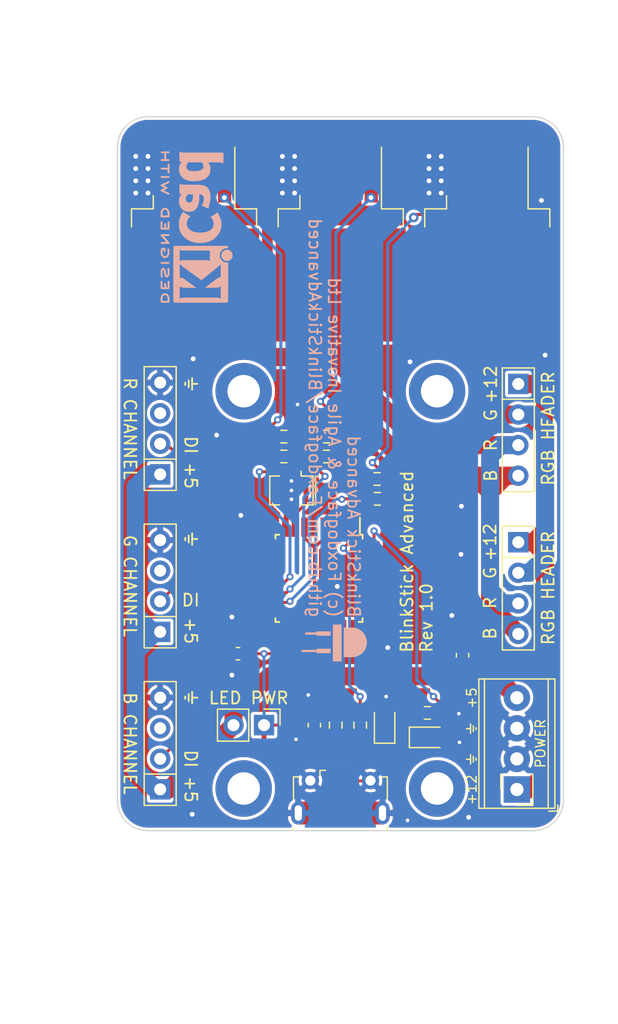
<source format=kicad_pcb>
(kicad_pcb (version 20211014) (generator pcbnew)
  (title_block (title "BlinkStick Advanced") (date "2022-12-22") (rev "1.0") (company "Agile Inovative Ltd & Foxdogface"))
  (layers (0 "F.Cu" signal) (31 "B.Cu" signal) (34 "B.Paste" user) (35 "F.Paste" user) (36 "B.SilkS" user "B.Silkscreen") (37 "F.SilkS" user "F.Silkscreen") (38 "B.Mask" user) (39 "F.Mask" user) (44 "Edge.Cuts" user))
  (net 0 "")
  (net 1 "+5V")
  (net 2 "/D-")
  (net 3 "/D+")
  (net 5 "GND")
  (net 7 "Net-(U1-Pad7)")
  (net 8 "Net-(U1-Pad8)")
  (net 9 "/R_Channel")
  (net 10 "/G_Channel")
  (net 11 "/B_Channel")
  (net 13 "/B_PWM")
  (net 14 "/R_PWM")
  (net 15 "/G_PWM")
  (net 26 "+12V")
  (net 30 "/G_OUT")
  (net 31 "/R_OUT")
  (net 32 "/B_OUT")
  (net 33 "Net-(Q1-Pad1)")
  (net 34 "Net-(Q2-Pad1)")
  (net 35 "Net-(Q3-Pad1)")
  (net 37 "+5VA")
  (net 41 "/AVR_D+")
  (net 42 "/AVR_D-")
  (footprint "Diode_SMD:D_SOD-323" (layer "F.Cu") (at 60.833 84.672 90)
    (fp_text reference "D1" hide)
    (fp_text value "BZT52C3V6S")
    (pad "1" smd rect (at -1.05 0 90) (size 0.6 0.45) (layers "F.Cu" "F.Paste" "F.Mask") (net 2 "/D-"))
    (pad "2" smd rect (at 1.05 0 90) (size 0.6 0.45) (layers "F.Cu" "F.Paste" "F.Mask") (net 5 "GND"))
  )
  (footprint "Connector_PinHeader_2.54mm:PinHeader_1x04_P2.54mm_Vertical" (layer "F.Cu") (at 42.17 76.925 180)
    (fp_text reference "J4" hide)
    (fp_text value "ADD_HEADER_G")
    (pad "1" thru_hole rect (at 0 0 180) (size 1.7 1.7) (drill 1) (layers *.Cu *.Mask) (net 37 "+5VA"))
    (pad "2" thru_hole oval (at 0 2.54 180) (size 1.7 1.7) (drill 1) (layers *.Cu *.Mask) (net 10 "/G_Channel"))
    (pad "3" thru_hole oval (at 0 5.08 180) (size 1.7 1.7) (drill 1) (layers *.Cu *.Mask))
    (pad "4" thru_hole oval (at 0 7.62 180) (size 1.7 1.7) (drill 1) (layers *.Cu *.Mask) (net 5 "GND"))
  )
  (footprint "TerminalBlock_Phoenix:TerminalBlock_Phoenix_MPT-0,5-4-2.54_1x04_P2.54mm_Horizontal" (layer "F.Cu") (at 71.8312 90.0176 90)
    (fp_text reference "J1" hide)
    (fp_text value "POWER")
    (pad "1" thru_hole rect (at 0 0 90) (size 2.2 2.2) (drill 1.1) (layers *.Cu *.Mask) (net 26 "+12V"))
    (pad "2" thru_hole circle (at 2.54 0 90) (size 2.2 2.2) (drill 1.1) (layers *.Cu *.Mask) (net 5 "GND"))
    (pad "3" thru_hole circle (at 5.08 0 90) (size 2.2 2.2) (drill 1.1) (layers *.Cu *.Mask) (net 5 "GND"))
    (pad "4" thru_hole circle (at 7.62 0 90) (size 2.2 2.2) (drill 1.1) (layers *.Cu *.Mask) (net 37 "+5VA"))
  )
  (footprint "Connector_USB:USB_Micro-B_Molex-105017-0001" (layer "F.Cu") (at 57.156 90.7368)
    (fp_text reference "J2" hide)
    (fp_text value "USB_B_Micro")
    (pad "1" smd rect (at -1.3 -1.4625) (size 0.4 1.35) (layers "F.Cu" "F.Paste" "F.Mask") (net 1 "+5V"))
    (pad "2" smd rect (at -0.65 -1.4625) (size 0.4 1.35) (layers "F.Cu" "F.Paste" "F.Mask") (net 2 "/D-"))
    (pad "3" smd rect (at 0 -1.4625) (size 0.4 1.35) (layers "F.Cu" "F.Paste" "F.Mask") (net 3 "/D+"))
    (pad "4" smd rect (at 0.65 -1.4625) (size 0.4 1.35) (layers "F.Cu" "F.Paste" "F.Mask"))
    (pad "5" smd rect (at 1.3 -1.4625) (size 0.4 1.35) (layers "F.Cu" "F.Paste" "F.Mask") (net 5 "GND"))
    (pad "6" thru_hole circle (at 2.5 -1.4625) (size 1.45 1.45) (drill 0.85) (layers *.Cu *.Mask) (net 5 "GND"))
    (pad "6" smd rect (at -1 1.2375) (size 1.5 1.9) (layers "F.Cu" "F.Paste" "F.Mask") (net 5 "GND"))
    (pad "6" thru_hole circle (at -2.5 -1.4625) (size 1.45 1.45) (drill 0.85) (layers *.Cu *.Mask) (net 5 "GND"))
    (pad "6" thru_hole oval (at 3.5 1.2375) (size 1.2 1.9) (drill oval 0.6 1.3) (layers *.Cu *.Mask) (net 5 "GND"))
    (pad "6" smd rect (at 2.9 1.2375) (size 1.2 1.9) (layers "F.Cu" "F.Mask") (net 5 "GND"))
    (pad "6" smd rect (at 1 1.2375) (size 1.5 1.9) (layers "F.Cu" "F.Paste" "F.Mask") (net 5 "GND"))
    (pad "6" smd rect (at -2.9 1.2375) (size 1.2 1.9) (layers "F.Cu" "F.Mask") (net 5 "GND"))
    (pad "6" thru_hole oval (at -3.5 1.2375 180) (size 1.2 1.9) (drill oval 0.6 1.3) (layers *.Cu *.Mask) (net 5 "GND"))
  )
  (footprint "Connector_PinHeader_2.54mm:PinHeader_1x04_P2.54mm_Vertical" (layer "F.Cu") (at 71.948 69.4785)
    (fp_text reference "J6" hide)
    (fp_text value "RGB_HEADER")
    (pad "1" thru_hole rect (at 0 0) (size 1.7 1.7) (drill 1) (layers *.Cu *.Mask) (net 26 "+12V"))
    (pad "2" thru_hole oval (at 0 2.54) (size 1.7 1.7) (drill 1) (layers *.Cu *.Mask) (net 30 "/G_OUT"))
    (pad "3" thru_hole oval (at 0 5.08) (size 1.7 1.7) (drill 1) (layers *.Cu *.Mask) (net 31 "/R_OUT"))
    (pad "4" thru_hole oval (at 0 7.62) (size 1.7 1.7) (drill 1) (layers *.Cu *.Mask) (net 32 "/B_OUT"))
  )
  (footprint "Connector_PinHeader_2.54mm:PinHeader_1x04_P2.54mm_Vertical" (layer "F.Cu") (at 42.17 63.844 180)
    (fp_text reference "J5" hide)
    (fp_text value "ADD_HEADER_R")
    (pad "1" thru_hole rect (at 0 0 180) (size 1.7 1.7) (drill 1) (layers *.Cu *.Mask) (net 37 "+5VA"))
    (pad "2" thru_hole oval (at 0 2.54 180) (size 1.7 1.7) (drill 1) (layers *.Cu *.Mask) (net 9 "/R_Channel"))
    (pad "3" thru_hole oval (at 0 5.08 180) (size 1.7 1.7) (drill 1) (layers *.Cu *.Mask))
    (pad "4" thru_hole oval (at 0 7.62 180) (size 1.7 1.7) (drill 1) (layers *.Cu *.Mask) (net 5 "GND"))
  )
  (footprint "Resistor_SMD:R_0603_1608Metric_Pad0.98x0.95mm_HandSolder" (layer "F.Cu") (at 60.2265 65.876)
    (fp_text reference "R6" hide)
    (fp_text value "100")
    (pad "1" smd roundrect (at -0.9125 0) (size 0.975 0.95) (layers "F.Cu" "F.Paste" "F.Mask") (net 15 "/G_PWM"))
    (pad "2" smd roundrect (at 0.9125 0) (size 0.975 0.95) (layers "F.Cu" "F.Paste" "F.Mask") (net 35 "Net-(Q3-Pad1)"))
  )
  (footprint "MountingHole:MountingHole_2.7mm_M2.5_DIN965_Pad" (layer "F.Cu") (at 65.198 89.935)
    (fp_text reference "REF**" hide)
    (fp_text value "MountingHole_2.7mm_M2.5_DIN965_Pad")
    (pad "1" thru_hole circle (at 0 0) (size 4.7 4.7) (drill 2.7) (layers *.Cu *.Mask))
  )
  (footprint "Capacitor_SMD:C_0603_1608Metric_Pad1.08x0.95mm_HandSolder" (layer "F.Cu") (at 67.31 78.867 -90)
    (fp_text reference "C3" hide)
    (fp_text value "10uF")
    (pad "1" smd roundrect (at -0.8625 0 270) (size 1.075 0.95) (layers "F.Cu" "F.Paste" "F.Mask") (net 5 "GND"))
    (pad "2" smd roundrect (at 0.8625 0 270) (size 1.075 0.95) (layers "F.Cu" "F.Paste" "F.Mask") (net 37 "+5VA"))
  )
  (footprint "MountingHole:MountingHole_2.7mm_M2.5_DIN965_Pad" (layer "F.Cu") (at 49.114 89.935)
    (fp_text reference "REF**" hide)
    (fp_text value "MountingHole_2.7mm_M2.5_DIN965_Pad")
    (pad "1" thru_hole circle (at 0 0) (size 4.7 4.7) (drill 2.7) (layers *.Cu *.Mask))
  )
  (footprint "Resistor_SMD:R_0603_1608Metric_Pad0.98x0.95mm_HandSolder" (layer "F.Cu") (at 52.45 60.706 180)
    (fp_text reference "R7" hide)
    (fp_text value "10k")
    (pad "1" smd roundrect (at -0.9125 0 180) (size 0.975 0.95) (layers "F.Cu" "F.Paste" "F.Mask") (net 5 "GND"))
    (pad "2" smd roundrect (at 0.9125 0 180) (size 0.975 0.95) (layers "F.Cu" "F.Paste" "F.Mask") (net 33 "Net-(Q1-Pad1)"))
  )
  (footprint "Connector_PinHeader_2.54mm:PinHeader_1x04_P2.54mm_Vertical" (layer "F.Cu") (at 71.948 56.334)
    (fp_text reference "J7" hide)
    (fp_text value "RGB_HEADER")
    (pad "1" thru_hole rect (at 0 0) (size 1.7 1.7) (drill 1) (layers *.Cu *.Mask) (net 26 "+12V"))
    (pad "2" thru_hole oval (at 0 2.54) (size 1.7 1.7) (drill 1) (layers *.Cu *.Mask) (net 30 "/G_OUT"))
    (pad "3" thru_hole oval (at 0 5.08) (size 1.7 1.7) (drill 1) (layers *.Cu *.Mask) (net 31 "/R_OUT"))
    (pad "4" thru_hole oval (at 0 7.62) (size 1.7 1.7) (drill 1) (layers *.Cu *.Mask) (net 32 "/B_OUT"))
  )
  (footprint "Package_TO_SOT_SMD:TO-263-2" (layer "F.Cu") (at 69.3705 44.73919 -90)
    (fp_text reference "Q3" hide)
    (fp_text value "IRLR8726")
    (pad "1" smd rect (at -5.775 -2.54 270) (size 4.6 1.1) (layers "F.Cu" "F.Paste" "F.Mask") (net 35 "Net-(Q3-Pad1)"))
    (pad "2" smd rect (at 3.375 0 270) (size 9.4 10.8) (layers "F.Cu" "F.Mask") (net 30 "/G_OUT"))
    (pad "3" smd rect (at -5.775 2.54 270) (size 4.6 1.1) (layers "F.Cu" "F.Paste" "F.Mask") (net 5 "GND"))
  )
  (footprint "Connector_PinHeader_2.54mm:PinHeader_1x02_P2.54mm_Vertical" (layer "F.Cu") (at 50.806 84.672 -90)
    (fp_text reference "JMP1" hide)
    (fp_text value "Conn_01x02")
    (pad "1" thru_hole rect (at 0 0 270) (size 1.7 1.7) (drill 1) (layers *.Cu *.Mask) (net 1 "+5V"))
    (pad "2" thru_hole oval (at 0 2.54 270) (size 1.7 1.7) (drill 1) (layers *.Cu *.Mask) (net 37 "+5VA"))
  )
  (footprint "Resistor_SMD:R_0603_1608Metric_Pad0.98x0.95mm_HandSolder" (layer "F.Cu") (at 60.204 64.225)
    (fp_text reference "R9" hide)
    (fp_text value "10k")
    (pad "1" smd roundrect (at -0.9125 0) (size 0.975 0.95) (layers "F.Cu" "F.Paste" "F.Mask") (net 5 "GND"))
    (pad "2" smd roundrect (at 0.9125 0) (size 0.975 0.95) (layers "F.Cu" "F.Paste" "F.Mask") (net 35 "Net-(Q3-Pad1)"))
  )
  (footprint "Resistor_SMD:R_0603_1608Metric_Pad0.98x0.95mm_HandSolder" (layer "F.Cu") (at 56.769 84.672 90)
    (fp_text reference "R3" hide)
    (fp_text value "2k2")
    (pad "1" smd roundrect (at -0.9125 0 90) (size 0.975 0.95) (layers "F.Cu" "F.Paste" "F.Mask") (net 2 "/D-"))
    (pad "2" smd roundrect (at 0.9125 0 90) (size 0.975 0.95) (layers "F.Cu" "F.Paste" "F.Mask") (net 1 "+5V"))
  )
  (footprint "Resistor_SMD:R_0603_1608Metric_Pad0.98x0.95mm_HandSolder" (layer "F.Cu") (at 58.801 84.672 -90)
    (fp_text reference "R2" hide)
    (fp_text value "100")
    (pad "1" smd roundrect (at -0.9125 0 270) (size 0.975 0.95) (layers "F.Cu" "F.Paste" "F.Mask") (net 42 "/AVR_D-"))
    (pad "2" smd roundrect (at 0.9125 0 270) (size 0.975 0.95) (layers "F.Cu" "F.Paste" "F.Mask") (net 2 "/D-"))
  )
  (footprint "Crystal:Resonator_SMD_Murata_CSTxExxV-3Pin_3.0x1.1mm" (layer "F.Cu") (at 53.086 65.182 180)
    (fp_text reference "Y1" hide)
    (fp_text value "Crystal_GND2_Small")
    (pad "1" smd rect (at -1.2 0 180) (size 0.4 1.9) (layers "F.Cu" "F.Paste" "F.Mask") (net 7 "Net-(U1-Pad7)"))
    (pad "2" smd rect (at 0 0 180) (size 0.4 1.9) (layers "F.Cu" "F.Paste" "F.Mask") (net 5 "GND"))
    (pad "3" smd rect (at 1.2 0 180) (size 0.4 1.9) (layers "F.Cu" "F.Paste" "F.Mask") (net 8 "Net-(U1-Pad8)"))
  )
  (footprint "Resistor_SMD:R_0603_1608Metric_Pad0.98x0.95mm_HandSolder" (layer "F.Cu") (at 64.389 83.656 180)
    (fp_text reference "R1" hide)
    (fp_text value "100")
    (pad "1" smd roundrect (at -0.9125 0 180) (size 0.975 0.95) (layers "F.Cu" "F.Paste" "F.Mask") (net 41 "/AVR_D+"))
    (pad "2" smd roundrect (at 0.9125 0 180) (size 0.975 0.95) (layers "F.Cu" "F.Paste" "F.Mask") (net 3 "/D+"))
  )
  (footprint "Package_TO_SOT_SMD:TO-263-2" (layer "F.Cu") (at 57.1785 44.73919 -90)
    (fp_text reference "Q2" hide)
    (fp_text value "IRLR8726")
    (pad "1" smd rect (at -5.775 -2.54 270) (size 4.6 1.1) (layers "F.Cu" "F.Paste" "F.Mask") (net 34 "Net-(Q2-Pad1)"))
    (pad "2" smd rect (at 3.375 0 270) (size 9.4 10.8) (layers "F.Cu" "F.Mask") (net 31 "/R_OUT"))
    (pad "3" smd rect (at -5.775 2.54 270) (size 4.6 1.1) (layers "F.Cu" "F.Paste" "F.Mask") (net 5 "GND"))
  )
  (footprint "Resistor_SMD:R_0603_1608Metric_Pad0.98x0.95mm_HandSolder" (layer "F.Cu") (at 56.007 60.706)
    (fp_text reference "R8" hide)
    (fp_text value "10k")
    (pad "1" smd roundrect (at -0.9125 0) (size 0.975 0.95) (layers "F.Cu" "F.Paste" "F.Mask") (net 5 "GND"))
    (pad "2" smd roundrect (at 0.9125 0) (size 0.975 0.95) (layers "F.Cu" "F.Paste" "F.Mask") (net 34 "Net-(Q2-Pad1)"))
  )
  (footprint "Package_QFP:TQFP-32_7x7mm_P0.8mm" (layer "F.Cu") (at 55.378 72.48 -90)
    (fp_text reference "U1" hide)
    (fp_text value "ATmega8-16A")
    (pad "1" smd rect (at -4.25 -2.8 270) (size 1.6 0.55) (layers "F.Cu" "F.Paste" "F.Mask") (net 42 "/AVR_D-"))
    (pad "2" smd rect (at -4.25 -2 270) (size 1.6 0.55) (layers "F.Cu" "F.Paste" "F.Mask"))
    (pad "3" smd rect (at -4.25 -1.2 270) (size 1.6 0.55) (layers "F.Cu" "F.Paste" "F.Mask") (net 5 "GND"))
    (pad "4" smd rect (at -4.25 -0.4 270) (size 1.6 0.55) (layers "F.Cu" "F.Paste" "F.Mask") (net 1 "+5V"))
    (pad "5" smd rect (at -4.25 0.4 270) (size 1.6 0.55) (layers "F.Cu" "F.Paste" "F.Mask") (net 5 "GND"))
    (pad "6" smd rect (at -4.25 1.2 270) (size 1.6 0.55) (layers "F.Cu" "F.Paste" "F.Mask") (net 1 "+5V"))
    (pad "7" smd rect (at -4.25 2 270) (size 1.6 0.55) (layers "F.Cu" "F.Paste" "F.Mask") (net 7 "Net-(U1-Pad7)"))
    (pad "8" smd rect (at -4.25 2.8 270) (size 1.6 0.55) (layers "F.Cu" "F.Paste" "F.Mask") (net 8 "Net-(U1-Pad8)"))
    (pad "9" smd rect (at -2.8 4.25) (size 1.6 0.55) (layers "F.Cu" "F.Paste" "F.Mask") (net 9 "/R_Channel"))
    (pad "10" smd rect (at -2 4.25) (size 1.6 0.55) (layers "F.Cu" "F.Paste" "F.Mask") (net 10 "/G_Channel"))
    (pad "11" smd rect (at -1.2 4.25) (size 1.6 0.55) (layers "F.Cu" "F.Paste" "F.Mask") (net 11 "/B_Channel"))
    (pad "12" smd rect (at -0.4 4.25) (size 1.6 0.55) (layers "F.Cu" "F.Paste" "F.Mask"))
    (pad "13" smd rect (at 0.4 4.25) (size 1.6 0.55) (layers "F.Cu" "F.Paste" "F.Mask") (net 13 "/B_PWM"))
    (pad "14" smd rect (at 1.2 4.25) (size 1.6 0.55) (layers "F.Cu" "F.Paste" "F.Mask") (net 14 "/R_PWM"))
    (pad "15" smd rect (at 2 4.25) (size 1.6 0.55) (layers "F.Cu" "F.Paste" "F.Mask") (net 15 "/G_PWM"))
    (pad "16" smd rect (at 2.8 4.25) (size 1.6 0.55) (layers "F.Cu" "F.Paste" "F.Mask"))
    (pad "17" smd rect (at 4.25 2.8 270) (size 1.6 0.55) (layers "F.Cu" "F.Paste" "F.Mask"))
    (pad "18" smd rect (at 4.25 2 270) (size 1.6 0.55) (layers "F.Cu" "F.Paste" "F.Mask") (net 1 "+5V"))
    (pad "19" smd rect (at 4.25 1.2 270) (size 1.6 0.55) (layers "F.Cu" "F.Paste" "F.Mask"))
    (pad "20" smd rect (at 4.25 0.4 270) (size 1.6 0.55) (layers "F.Cu" "F.Paste" "F.Mask"))
    (pad "21" smd rect (at 4.25 -0.4 270) (size 1.6 0.55) (layers "F.Cu" "F.Paste" "F.Mask") (net 5 "GND"))
    (pad "22" smd rect (at 4.25 -1.2 270) (size 1.6 0.55) (layers "F.Cu" "F.Paste" "F.Mask"))
    (pad "23" smd rect (at 4.25 -2 270) (size 1.6 0.55) (layers "F.Cu" "F.Paste" "F.Mask"))
    (pad "24" smd rect (at 4.25 -2.8 270) (size 1.6 0.55) (layers "F.Cu" "F.Paste" "F.Mask"))
    (pad "25" smd rect (at 2.8 -4.25) (size 1.6 0.55) (layers "F.Cu" "F.Paste" "F.Mask"))
    (pad "26" smd rect (at 2 -4.25) (size 1.6 0.55) (layers "F.Cu" "F.Paste" "F.Mask"))
    (pad "27" smd rect (at 1.2 -4.25) (size 1.6 0.55) (layers "F.Cu" "F.Paste" "F.Mask"))
    (pad "28" smd rect (at 0.4 -4.25) (size 1.6 0.55) (layers "F.Cu" "F.Paste" "F.Mask"))
    (pad "29" smd rect (at -0.4 -4.25) (size 1.6 0.55) (layers "F.Cu" "F.Paste" "F.Mask"))
    (pad "30" smd rect (at -1.2 -4.25) (size 1.6 0.55) (layers "F.Cu" "F.Paste" "F.Mask"))
    (pad "31" smd rect (at -2 -4.25) (size 1.6 0.55) (layers "F.Cu" "F.Paste" "F.Mask"))
    (pad "32" smd rect (at -2.8 -4.25) (size 1.6 0.55) (layers "F.Cu" "F.Paste" "F.Mask") (net 41 "/AVR_D+"))
  )
  (footprint "Resistor_SMD:R_0603_1608Metric_Pad0.98x0.95mm_HandSolder" (layer "F.Cu") (at 56.007 62.357)
    (fp_text reference "R5" hide)
    (fp_text value "100")
    (pad "1" smd roundrect (at -0.9125 0) (size 0.975 0.95) (layers "F.Cu" "F.Paste" "F.Mask") (net 14 "/R_PWM"))
    (pad "2" smd roundrect (at 0.9125 0) (size 0.975 0.95) (layers "F.Cu" "F.Paste" "F.Mask") (net 34 "Net-(Q2-Pad1)"))
  )
  (footprint "MountingHole:MountingHole_2.7mm_M2.5_DIN965_Pad" (layer "F.Cu") (at 49.114 56.9351)
    (fp_text reference "REF**" hide)
    (fp_text value "MountingHole_2.7mm_M2.5_DIN965_Pad")
    (pad "1" thru_hole circle (at 0 0) (size 4.7 4.7) (drill 2.7) (layers *.Cu *.Mask))
  )
  (footprint "Capacitor_SMD:C_0603_1608Metric_Pad1.08x0.95mm_HandSolder" (layer "F.Cu") (at 54.991 84.672 90)
    (fp_text reference "C1" hide)
    (fp_text value "1uF")
    (pad "1" smd roundrect (at -0.8625 0 90) (size 1.075 0.95) (layers "F.Cu" "F.Paste" "F.Mask") (net 5 "GND"))
    (pad "2" smd roundrect (at 0.8625 0 90) (size 1.075 0.95) (layers "F.Cu" "F.Paste" "F.Mask") (net 1 "+5V"))
  )
  (footprint "Connector_PinHeader_2.54mm:PinHeader_1x04_P2.54mm_Vertical" (layer "F.Cu") (at 42.17 90.006 180)
    (fp_text reference "J3" hide)
    (fp_text value "ADD_HEADER_B")
    (pad "1" thru_hole rect (at 0 0 180) (size 1.7 1.7) (drill 1) (layers *.Cu *.Mask) (net 37 "+5VA"))
    (pad "2" thru_hole oval (at 0 2.54 180) (size 1.7 1.7) (drill 1) (layers *.Cu *.Mask) (net 11 "/B_Channel"))
    (pad "3" thru_hole oval (at 0 5.08 180) (size 1.7 1.7) (drill 1) (layers *.Cu *.Mask))
    (pad "4" thru_hole oval (at 0 7.62 180) (size 1.7 1.7) (drill 1) (layers *.Cu *.Mask) (net 5 "GND"))
  )
  (footprint "Resistor_SMD:R_0603_1608Metric_Pad0.98x0.95mm_HandSolder" (layer "F.Cu") (at 52.451 62.357 180)
    (fp_text reference "R4" hide)
    (fp_text value "100")
    (pad "1" smd roundrect (at -0.9125 0 180) (size 0.975 0.95) (layers "F.Cu" "F.Paste" "F.Mask") (net 13 "/B_PWM"))
    (pad "2" smd roundrect (at 0.9125 0 180) (size 0.975 0.95) (layers "F.Cu" "F.Paste" "F.Mask") (net 33 "Net-(Q1-Pad1)"))
  )
  (footprint "Capacitor_SMD:C_0603_1608Metric_Pad1.08x0.95mm_HandSolder" (layer "F.Cu") (at 48.641 78.74)
    (fp_text reference "C2" hide)
    (fp_text value "10uF")
    (pad "1" smd roundrect (at -0.8625 0) (size 1.075 0.95) (layers "F.Cu" "F.Paste" "F.Mask") (net 5 "GND"))
    (pad "2" smd roundrect (at 0.8625 0) (size 1.075 0.95) (layers "F.Cu" "F.Paste" "F.Mask") (net 1 "+5V"))
  )
  (footprint "MountingHole:MountingHole_2.7mm_M2.5_DIN965_Pad" (layer "F.Cu") (at 65.198 56.9351)
    (fp_text reference "REF**" hide)
    (fp_text value "MountingHole_2.7mm_M2.5_DIN965_Pad")
    (pad "1" thru_hole circle (at 0 0) (size 4.7 4.7) (drill 2.7) (layers *.Cu *.Mask))
  )
  (footprint "Package_TO_SOT_SMD:TO-263-2" (layer "F.Cu") (at 44.9865 44.73919 -90)
    (fp_text reference "Q1" hide)
    (fp_text value "IRLR8726")
    (pad "1" smd rect (at -5.775 -2.54 270) (size 4.6 1.1) (layers "F.Cu" "F.Paste" "F.Mask") (net 33 "Net-(Q1-Pad1)"))
    (pad "2" smd rect (at 3.375 0 270) (size 9.4 10.8) (layers "F.Cu" "F.Mask") (net 32 "/B_OUT"))
    (pad "3" smd rect (at -5.775 2.54 270) (size 4.6 1.1) (layers "F.Cu" "F.Paste" "F.Mask") (net 5 "GND"))
  )
  (footprint "Diode_SMD:D_SOD-323" (layer "F.Cu") (at 64.389 85.688)
    (fp_text reference "D2" hide)
    (fp_text value "BZT52C3V6S")
    (pad "1" smd rect (at -1.05 0) (size 0.6 0.45) (layers "F.Cu" "F.Paste" "F.Mask") (net 3 "/D+"))
    (pad "2" smd rect (at 1.05 0) (size 0.6 0.45) (layers "F.Cu" "F.Paste" "F.Mask") (net 5 "GND"))
  )
  (footprint "Symbol:KiCad-Logo2_5mm_SilkScreen" (layer "B.Cu") (at 45.212 43.307 90)
    (fp_text reference "REF**" hide)
    (fp_text value "KiCad-Logo2_5mm_SilkScreen" hide)
  )
  (gr_poly (pts (xy 55.181249 76.88263) (xy 55.181249 76.972481) (xy 54.229556 76.972481) (xy 54.229556 77.152158) (xy 55.181249 77.152158) (xy 55.181249 77.242082) (xy 56.339186 77.242082) (xy 56.339186 76.88263) (xy 55.181249 76.88263)) (layer "B.SilkS") (width 0.008) (fill solid))
  (gr_poly (pts (xy 55.181249 78.330073) (xy 55.181249 78.420033) (xy 53.930038 78.420033) (xy 53.930038 78.599674) (xy 55.181249 78.599674) (xy 55.181249 78.689561) (xy 56.339186 78.689561) (xy 56.339186 78.330073) (xy 55.181249 78.330073)) (layer "B.SilkS") (width 0.008) (fill solid))
  (gr_poly (pts (xy 57.250936 76.320222) (xy 56.532166 76.320222) (xy 56.532166 79.381775) (xy 57.250936 79.381775) (xy 57.250936 76.320222)) (layer "B.SilkS") (width 0.008) (fill solid))
  (gr_poly (pts (xy 57.437312 79.02236) (xy 57.437312 76.573147) (xy 58.129453 76.573147) (xy 58.192467 76.57474) (xy 58.254652 76.579469) (xy 58.315934 76.587257) (xy 58.376235 76.598027) (xy 58.435477 76.611702) (xy 58.493585 76.628204) (xy 58.550481 76.647458) (xy 58.606088 76.669386) (xy 58.660329 76.69391) (xy 58.713127 76.720955) (xy 58.764406 76.750444) (xy 58.814088 76.782298) (xy 58.862097 76.816442) (xy 58.908355 76.852798) (xy 58.952786 76.891289) (xy 58.995313 76.93184) (xy 59.035858 76.974371) (xy 59.074345 77.018808) (xy 59.110696 77.065072) (xy 59.144836 77.113086) (xy 59.176687 77.162775) (xy 59.206171 77.21406) (xy 59.233213 77.266866) (xy 59.257735 77.321114) (xy 59.27966 77.376728) (xy 59.298912 77.433631) (xy 59.315412 77.491747) (xy 59.329085 77.550998) (xy 59.339854 77.611307) (xy 59.347641 77.672597) (xy 59.35237 77.734792) (xy 59.353963 77.797814) (xy 59.35237 77.860818) (xy 59.34764 77.922997) (xy 59.339852 77.984273) (xy 59.329082 78.044569) (xy 59.315408 78.103808) (xy 59.298905 78.161914) (xy 59.279652 78.218808) (xy 59.257725 78.274415) (xy 59.2332 78.328656) (xy 59.206156 78.381456) (xy 59.176669 78.432737) (xy 59.144816 78.482421) (xy 59.110674 78.530433) (xy 59.07432 78.576695) (xy 59.035831 78.62113) (xy 58.995284 78.663661) (xy 58.952755 78.70421) (xy 58.908323 78.742702) (xy 58.862063 78.779059) (xy 58.814054 78.813204) (xy 58.764371 78.84506) (xy 58.713091 78.874549) (xy 58.660293 78.901596) (xy 58.606052 78.926123) (xy 58.550446 78.948052) (xy 58.493552 78.967308) (xy 58.435446 78.983812) (xy 58.376206 78.997488) (xy 58.315908 79.008259) (xy 58.254631 79.016048) (xy 58.192449 79.020778) (xy 58.129441 79.022372) (xy 57.437312 79.022372) (xy 57.437312 79.02236)) (layer "B.SilkS") (width 0.008) (fill solid))
  (gr_line (start 70.618 57.604) (end 70.618 56.334) (layer "F.SilkS") (width 0.12))
  (gr_line (start 70.618 70.7485) (end 70.618 69.4785) (layer "F.SilkS") (width 0.12))
  (gr_line (start 73.158 88.736) (end 73.158 91.336) (layer "F.SilkS") (width 0.12))
  (gr_line (start 43.5 76.925) (end 43.5 75.655) (layer "F.SilkS") (width 0.12))
  (gr_line (start 73.278 68.1485) (end 73.278 70.7485) (layer "F.SilkS") (width 0.12))
  (gr_line (start 73.278 55.004) (end 73.278 57.604) (layer "F.SilkS") (width 0.12))
  (gr_line (start 43.5 63.844) (end 43.5 62.574) (layer "F.SilkS") (width 0.12))
  (gr_line (start 70.498 90.006) (end 70.498 88.736) (layer "F.SilkS") (width 0.12))
  (gr_line (start 42.17 91.336) (end 40.84 91.336) (layer "F.SilkS") (width 0.12))
  (gr_line (start 42.17 65.174) (end 40.84 65.174) (layer "F.SilkS") (width 0.12))
  (gr_line (start 40.84 88.736) (end 40.84 91.336) (layer "F.SilkS") (width 0.12))
  (gr_line (start 40.84 62.574) (end 40.84 65.174) (layer "F.SilkS") (width 0.12))
  (gr_line (start 73.278 68.1485) (end 71.948 68.1485) (layer "F.SilkS") (width 0.12))
  (gr_line (start 40.84 78.255) (end 42.17 78.255) (layer "F.SilkS") (width 0.12))
  (gr_line (start 40.84 78.255) (end 40.84 75.655) (layer "F.SilkS") (width 0.12))
  (gr_line (start 43.5 90.006) (end 43.5 88.736) (layer "F.SilkS") (width 0.12))
  (gr_line (start 73.278 55.004) (end 71.948 55.004) (layer "F.SilkS") (width 0.12))
  (gr_line (start 73.158 91.336) (end 71.828 91.336) (layer "F.SilkS") (width 0.12))
  (gr_arc (start 75.698 90.902349) (mid 74.954051 92.6984) (end 73.158 93.442349) (layer "Edge.Cuts") (width 0.1))
  (gr_line (start 73.158 34.144051) (end 41.154 34.144051) (layer "Edge.Cuts") (width 0.1))
  (gr_arc (start 73.158 34.144051) (mid 74.954051 34.888) (end 75.698 36.684051) (layer "Edge.Cuts") (width 0.1))
  (gr_line (start 75.698 36.684051) (end 75.698 90.902349) (layer "Edge.Cuts") (width 0.1))
  (gr_line (start 38.614 90.895) (end 38.614 36.684051) (layer "Edge.Cuts") (width 0.1))
  (gr_arc (start 38.614 36.684051) (mid 39.357949 34.888) (end 41.154 34.144051) (layer "Edge.Cuts") (width 0.1))
  (gr_arc (start 41.154 93.435) (mid 39.357949 92.691051) (end 38.614 90.895) (layer "Edge.Cuts") (width 0.1))
  (gr_line (start 73.158 93.442349) (end 41.154 93.435) (layer "Edge.Cuts") (width 0.1))
  (gr_text "BlinkStick Advanced\n(c) Foxdogface & Agile Inovative Ltd\ngithub.com/Foxdogface/BlinkStickAdvanced" (at 56.642 75.819 270) (layer "B.SilkS") (effects (font (size 1 1)) (justify left mirror)))
  (gr_text "+12" (at 69.602 69.4785 90) (layer "F.SilkS") (effects (font (size 1 1))))
  (gr_text "⏚" (at 44.71 82.386 270) (layer "F.SilkS") (effects (font (size 1 1))))
  (gr_text "RGB HEADER" (at 74.428 60.034 90) (layer "F.SilkS") (effects (font (size 1 1))))
  (gr_text "DI" (at 44.71 61.405 270) (layer "F.SilkS") (effects (font (size 1 1))))
  (gr_text "R" (at 69.6528 61.4056 90) (layer "F.SilkS") (effects (font (size 1 1))))
  (gr_text "LED PWR\n" (at 49.53 82.423) (layer "F.SilkS") (effects (font (size 1 1))))
  (gr_text "BlinkStick Advanced\nRev 1.0\n" (at 63.5 78.74 90) (layer "F.SilkS") (effects (font (size 1 1)) (justify left)))
  (gr_text "B CHANNEL" (at 39.655 86.196 270) (layer "F.SilkS") (effects (font (size 1 1))))
  (gr_text "G" (at 69.602 72.0228 90) (layer "F.SilkS") (effects (font (size 1 1))))
  (gr_text "POWER" (at 73.787 86.2026 90) (layer "F.SilkS") (effects (font (size 0.8 0.8) (thickness 0.12))))
  (gr_text "DI" (at 44.71 74.294) (layer "F.SilkS") (effects (font (size 1 1))))
  (gr_text "B" (at 69.602 77.052 90) (layer "F.SilkS") (effects (font (size 1 1))))
  (gr_text "R" (at 69.602 74.512 90) (layer "F.SilkS") (effects (font (size 1 1))))
  (gr_text "DI" (at 44.71 87.466 270) (layer "F.SilkS") (effects (font (size 1 1))))
  (gr_text "RGB HEADER" (at 74.428 73.2785 90) (layer "F.SilkS") (effects (font (size 1 1))))
  (gr_text "+5" (at 68.072 82.423001 90) (layer "F.SilkS") (effects (font (size 0.8 0.8) (thickness 0.12))))
  (gr_text "⏚" (at 68.072 87.503 90) (layer "F.SilkS") (effects (font (size 0.8 0.8) (thickness 0.12))))
  (gr_text "⏚" (at 68.072 84.963 90) (layer "F.SilkS") (effects (font (size 0.8 0.8) (thickness 0.12))))
  (gr_text "⏚" (at 44.71 69.214 270) (layer "F.SilkS") (effects (font (size 1 1))))
  (gr_text "R CHANNEL" (at 39.655 60.034 270) (layer "F.SilkS") (effects (font (size 1 1))))
  (gr_text "G" (at 69.6528 58.9164 90) (layer "F.SilkS") (effects (font (size 1 1))))
  (gr_text "+12" (at 69.6528 56.3721 90) (layer "F.SilkS") (effects (font (size 1 1))))
  (gr_text "+5" (at 44.71 76.834 270) (layer "F.SilkS") (effects (font (size 1 1))))
  (gr_text "+5" (at 44.71 90.006 270) (layer "F.SilkS") (effects (font (size 1 1))))
  (gr_text "⏚" (at 44.71 56.325 270) (layer "F.SilkS") (effects (font (size 1 1))))
  (gr_text "B" (at 69.6528 63.9456 90) (layer "F.SilkS") (effects (font (size 1 1))))
  (gr_text "+5" (at 44.71 63.945 270) (layer "F.SilkS") (effects (font (size 1 1))))
  (gr_text "+12" (at 68.072 90.043 90) (layer "F.SilkS") (effects (font (size 0.8 0.8) (thickness 0.12))))
  (gr_text "G CHANNEL" (at 39.655 73.115 270) (layer "F.SilkS") (effects (font (size 1 1))))
  (segment (start 50.8 78.74) (end 52.292022 78.74) (width 0.25) (layer "F.Cu") (net 1))
  (segment (start 53.346 84.672) (end 50.806 84.672) (width 0.25) (layer "F.Cu") (net 1))
  (segment (start 54.997 69.94) (end 55.251 69.686) (width 0.25) (layer "F.Cu") (net 1))
  (segment (start 54.2585 83.7595) (end 53.346 84.672) (width 0.25) (layer "F.Cu") (net 1))
  (segment (start 54.997 74.201) (end 54.997 69.94) (width 0.25) (layer "F.Cu") (net 1))
  (segment (start 50.806 86.196) (end 51.822 87.212) (width 0.4) (layer "F.Cu") (net 1))
  (segment (start 54.528005 87.212) (end 55.856 88.539995) (width 0.4) (layer "F.Cu") (net 1))
  (segment (start 53.378 76.73) (end 53.378 75.82) (width 0.25) (layer "F.Cu") (net 1))
  (segment (start 52.292022 78.74) (end 53.378 77.654022) (width 0.25) (layer "F.Cu") (net 1))
  (segment (start 54.991 83.8095) (end 55.041 83.7595) (width 0.25) (layer "F.Cu") (net 1))
  (segment (start 54.997 69.94) (end 54.743 69.686) (width 0.25) (layer "F.Cu") (net 1))
  (segment (start 55.041 83.7595) (end 56.769 83.7595) (width 0.25) (layer "F.Cu") (net 1))
  (segment (start 55.856 88.539995) (end 55.856 89.2743) (width 0.4) (layer "F.Cu") (net 1))
  (segment (start 51.822 87.212) (end 54.528005 87.212) (width 0.4) (layer "F.Cu") (net 1))
  (segment (start 50.8 78.74) (end 49.5035 78.74) (width 0.25) (layer "F.Cu") (net 1))
  (segment (start 55.251 69.686) (end 55.778 69.159) (width 0.25) (layer "F.Cu") (net 1))
  (segment (start 53.378 75.82) (end 54.997 74.201) (width 0.25) (layer "F.Cu") (net 1))
  (segment (start 54.87 83.7595) (end 54.2585 83.7595) (width 0.25) (layer "F.Cu") (net 1))
  (segment (start 54.743 69.686) (end 55.251 69.686) (width 0.25) (layer "F.Cu") (net 1))
  (segment (start 53.378 77.654022) (end 53.378 76.73) (width 0.25) (layer "F.Cu") (net 1))
  (segment (start 54.997 69.94) (end 54.997 69.686) (width 0.25) (layer "F.Cu") (net 1))
  (segment (start 50.806 84.672) (end 50.806 86.196) (width 0.4) (layer "F.Cu") (net 1))
  (segment (start 54.178 69.121) (end 54.178 68.23) (width 0.25) (layer "F.Cu") (net 1))
  (segment (start 55.778 69.159) (end 55.778 68.23) (width 0.25) (layer "F.Cu") (net 1))
  (segment (start 54.743 69.686) (end 54.178 69.121) (width 0.25) (layer "F.Cu") (net 1))
  (via (at 50.8 78.74) (size 0.6) (drill 0.3) (layers "F.Cu" "B.Cu") (net 1))
  (segment (start 50.806 79.877) (end 50.806 84.672) (width 0.25) (layer "B.Cu") (net 1))
  (segment (start 50.8 79.871) (end 50.806 79.877) (width 0.25) (layer "B.Cu") (net 1))
  (segment (start 50.8 78.74) (end 50.8 79.871) (width 0.25) (layer "B.Cu") (net 1))
  (segment (start 60.833 85.722) (end 60.6955 85.5845) (width 0.25) (layer "F.Cu") (net 2))
  (segment (start 56.506 87.8795) (end 56.506 89.3055) (width 0.25) (layer "F.Cu") (net 2))
  (segment (start 58.801 85.5845) (end 56.506 87.8795) (width 0.25) (layer "F.Cu") (net 2))
  (segment (start 60.6955 85.5845) (end 56.769 85.5845) (width 0.25) (layer "F.Cu") (net 2))
  (segment (start 63.339 83.7935) (end 63.4765 83.656) (width 0.25) (layer "F.Cu") (net 3))
  (segment (start 63.339 85.688) (end 61.524 87.503) (width 0.25) (layer "F.Cu") (net 3))
  (segment (start 58.134478 87.503) (end 57.156 88.481478) (width 0.25) (layer "F.Cu") (net 3))
  (segment (start 61.524 87.503) (end 58.134478 87.503) (width 0.25) (layer "F.Cu") (net 3))
  (segment (start 57.156 88.481478) (end 57.156 89.3055) (width 0.25) (layer "F.Cu") (net 3))
  (segment (start 63.339 85.688) (end 63.339 83.7935) (width 0.25) (layer "F.Cu") (net 3))
  (segment (start 64.5249 40.476) (end 65.5409 40.476) (width 1.5) (layer "F.Cu") (net 5))
  (segment (start 66.8334 38.96709) (end 66.8305 38.96419) (width 1.5) (layer "F.Cu") (net 5))
  (segment (start 52.3329 40.476) (end 53.3489 40.476) (width 1.5) (layer "F.Cu") (net 5))
  (segment (start 65.5409 37.428) (end 65.5409 39.46) (width 1.5) (layer "F.Cu") (net 5))
  (segment (start 40.138 40.476) (end 41.154 40.476) (width 1.5) (layer "F.Cu") (net 5))
  (segment (start 42.4465 40.476) (end 42.4465 38.96419) (width 1.5) (layer "F.Cu") (net 5))
  (segment (start 52.3329 37.428) (end 52.3329 40.476) (width 1.5) (layer "F.Cu") (net 5))
  (segment (start 40.138 37.428) (end 42.4465 37.428) (width 1.5) (layer "F.Cu") (net 5))
  (segment (start 64.5249 37.428) (end 64.5249 40.476) (width 1.5) (layer "F.Cu") (net 5))
  (segment (start 54.6414 38.96709) (end 54.6385 38.96419) (width 1.5) (layer "F.Cu") (net 5))
  (segment (start 54.6414 40.476) (end 54.6414 38.96709) (width 1.5) (layer "F.Cu") (net 5))
  (segment (start 40.138 37.428) (end 40.138 40.476) (width 1.5) (layer "F.Cu") (net 5))
  (segment (start 65.5409 40.476) (end 66.8334 40.476) (width 1.5) (layer "F.Cu") (net 5))
  (segment (start 66.8305 37.428) (end 66.8305 38.96419) (width 1.5) (layer "F.Cu") (net 5))
  (segment (start 58.456 89.3055) (end 59.656 89.3055) (width 0.25) (layer "F.Cu") (net 5))
  (segment (start 41.154 40.476) (end 42.4465 40.476) (width 1.5) (layer "F.Cu") (net 5))
  (segment (start 53.3489 37.428) (end 53.3489 39.46) (width 1.5) (layer "F.Cu") (net 5))
  (segment (start 66.8334 40.476) (end 66.8334 38.96709) (width 1.5) (layer "F.Cu") (net 5))
  (segment (start 53.3489 40.476) (end 54.6414 40.476) (width 1.5) (layer "F.Cu") (net 5))
  (segment (start 52.3329 37.428) (end 54.6385 37.428) (width 1.5) (layer "F.Cu") (net 5))
  (segment (start 41.154 37.428) (end 41.154 39.46) (width 1.5) (layer "F.Cu") (net 5))
  (segment (start 42.4465 37.428) (end 42.4465 38.96419) (width 1.5) (layer "F.Cu") (net 5))
  (segment (start 64.5249 37.428) (end 66.8305 37.428) (width 1.5) (layer "F.Cu") (net 5))
  (segment (start 54.6385 37.428) (end 54.6385 38.96419) (width 1.5) (layer "F.Cu") (net 5))
  (via (at 60.96 82.296) (size 0.6) (drill 0.3) (layers "F.Cu" "B.Cu") (net 5))
  (via (at 40.138 38.444) (size 0.8) (drill 0.4) (layers "F.Cu" "B.Cu") (net 5))
  (via (at 53.3489 37.428) (size 0.8) (drill 0.4) (layers "F.Cu" "B.Cu") (net 5))
  (via (at 40.138 39.46) (size 0.8) (drill 0.4) (layers "F.Cu" "B.Cu") (net 5))
  (via (at 53.3489 40.476) (size 0.8) (drill 0.4) (layers "F.Cu" "B.Cu") (net 5))
  (via (at 67.183 70.485) (size 0.8) (drill 0.4) (layers "F.Cu" "B.Cu") (net 5))
  (via (at 74.174 53.938) (size 0.8) (drill 0.4) (layers "F.Cu" "B.Cu") (net 5))
  (via (at 64.5249 40.476) (size 0.8) (drill 0.4) (layers "F.Cu" "B.Cu") (net 5))
  (via (at 53.3489 38.444) (size 0.8) (drill 0.4) (layers "F.Cu" "B.Cu") (net 5))
  (via (at 67.056 86.106) (size 0.6) (drill 0.3) (layers "F.Cu" "B.Cu") (net 5))
  (via (at 52.3329 38.444) (size 0.8) (drill 0.4) (layers "F.Cu" "B.Cu") (net 5))
  (via (at 41.154 39.46) (size 0.8) (drill 0.4) (layers "F.Cu" "B.Cu") (net 5))
  (via (at 48.133 80.518) (size 0.8) (drill 0.4) (layers "F.Cu" "B.Cu") (net 5))
  (via (at 64.5249 39.46) (size 0.8) (drill 0.4) (layers "F.Cu" "B.Cu") (net 5))
  (via (at 65.5409 37.428) (size 0.8) (drill 0.4) (layers "F.Cu" "B.Cu") (net 5))
  (via (at 40.138 40.476) (size 0.8) (drill 0.4) (layers "F.Cu" "B.Cu") (net 5))
  (via (at 46.863 60.579) (size 0.8) (drill 0.4) (layers "F.Cu" "B.Cu") (net 5))
  (via (at 62.9472 54.4968) (size 0.8) (drill 0.4) (layers "F.Cu" "B.Cu") (net 5))
  (via (at 62.738 92.583) (size 0.6) (drill 0.3) (layers "F.Cu" "B.Cu") (net 5))
  (via (at 67.818 92.329) (size 0.8) (drill 0.4) (layers "F.Cu" "B.Cu") (net 5))
  (via (at 53.086 65.182) (size 0.6) (drill 0.3) (layers "F.Cu" "B.Cu") (net 5))
  (via (at 65.5409 39.46) (size 0.8) (drill 0.4) (layers "F.Cu" "B.Cu") (net 5))
  (via (at 41.154 40.476) (size 0.8) (drill 0.4) (layers "F.Cu" "B.Cu") (net 5))
  (via (at 64.5249 37.428) (size 0.8) (drill 0.4) (layers "F.Cu" "B.Cu") (net 5))
  (via (at 67.0052 83.7184) (size 0.6) (drill 0.3) (layers "F.Cu" "B.Cu") (net 5))
  (via (at 65.5409 38.444) (size 0.8) (drill 0.4) (layers "F.Cu" "B.Cu") (net 5))
  (via (at 53.3489 39.46) (size 0.8) (drill 0.4) (layers "F.Cu" "B.Cu") (net 5))
  (via (at 56.896 73.152) (size 0.8) (drill 0.4) (layers "F.Cu" "B.Cu") (net 5))
  (via (at 53.086 64.389) (size 0.6) (drill 0.3) (layers "F.Cu" "B.Cu") (net 5))
  (via (at 40.138 37.428) (size 0.8) (drill 0.4) (layers "F.Cu" "B.Cu") (net 5))
  (via (at 53.086 65.913) (size 0.6) (drill 0.3) (layers "F.Cu" "B.Cu") (net 5))
  (via (at 73.8692 41.0856) (size 0.8) (drill 0.4) (layers "F.Cu" "B.Cu") (net 5))
  (via (at 44.9132 54.2428) (size 0.8) (drill 0.4) (layers "F.Cu" "B.Cu") (net 5))
  (via (at 41.154 38.444) (size 0.8) (drill 0.4) (layers "F.Cu" "B.Cu") (net 5))
  (via (at 67.2144 66.4856) (size 0.8) (drill 0.4) (layers "F.Cu" "B.Cu") (net 5))
  (via (at 48.133 75.692) (size 0.8) (drill 0.4) (layers "F.Cu" "B.Cu") (net 5))
  (via (at 66.421 75.565) (size 0.8) (drill 0.4) (layers "F.Cu" "B.Cu") (net 5))
  (via (at 54.483 82.169) (size 0.6) (drill 0.3) (layers "F.Cu" "B.Cu") (net 5))
  (via (at 52.3329 39.46) (size 0.8) (drill 0.4) (layers "F.Cu" "B.Cu") (net 5))
  (via (at 53.467 85.852) (size 0.6) (drill 0.3) (layers "F.Cu" "B.Cu") (net 5))
  (via (at 48.8756 67.2476) (size 0.8) (drill 0.4) (layers "F.Cu" "B.Cu") (net 5))
  (via (at 65.5409 40.476) (size 0.8) (drill 0.4) (layers "F.Cu" "B.Cu") (net 5))
  (via (at 53.594 58.039) (size 0.6) (drill 0.3) (layers "F.Cu" "B.Cu") (net 5))
  (via (at 64.5249 38.444) (size 0.8) (drill 0.4) (layers "F.Cu" "B.Cu") (net 5))
  (via (at 52.3329 37.428) (size 0.8) (drill 0.4) (layers "F.Cu" "B.Cu") (net 5))
  (via (at 52.3329 40.476) (size 0.8) (drill 0.4) (layers "F.Cu" "B.Cu") (net 5))
  (via (at 41.154 37.428) (size 0.8) (drill 0.4) (layers "F.Cu" "B.Cu") (net 5))
  (via (at 44.831 92.075) (size 0.8) (drill 0.4) (layers "F.Cu" "B.Cu") (net 5))
  (via (at 61.087 78.232) (size 0.8) (drill 0.4) (layers "F.Cu" "B.Cu") (net 5))
  (segment (start 54.286 66.268) (end 54.286 65.182) (width 0.25) (layer "F.Cu") (net 7))
  (segment (start 53.378 67.176) (end 54.286 66.268) (width 0.25) (layer "F.Cu") (net 7))
  (segment (start 53.378 68.23) (end 53.378 67.176) (width 0.25) (layer "F.Cu") (net 7))
  (segment (start 52.578 68.23) (end 52.578 66.96) (width 0.25) (layer "F.Cu") (net 8))
  (segment (start 51.886 66.268) (end 51.886 65.182) (width 0.25) (layer "F.Cu") (net 8))
  (segment (start 52.578 66.96) (end 51.886 66.268) (width 0.25) (layer "F.Cu") (net 8))
  (segment (start 45.218 66.384) (end 45.218 63.844) (width 0.25) (layer "F.Cu") (net 9))
  (segment (start 48.514 69.68) (end 45.218 66.384) (width 0.25) (layer "F.Cu") (net 9))
  (segment (start 51.128 69.68) (end 48.514 69.68) (width 0.25) (layer "F.Cu") (net 9))
  (segment (start 42.678 61.304) (end 42.17 61.304) (width 0.25) (layer "F.Cu") (net 9))
  (segment (start 45.218 63.844) (end 42.678 61.304) (width 0.25) (layer "F.Cu") (net 9))
  (segment (start 46.075 70.48) (end 51.128 70.48) (width 0.25) (layer "F.Cu") (net 10))
  (segment (start 42.17 74.385) (end 46.075 70.48) (width 0.25) (layer "F.Cu") (net 10))
  (segment (start 45.726 75.02) (end 49.466 71.28) (width 0.25) (layer "F.Cu") (net 11))
  (segment (start 45.726 83.91) (end 45.726 75.02) (width 0.25) (layer "F.Cu") (net 11))
  (segment (start 42.17 87.466) (end 45.726 83.91) (width 0.25) (layer "F.Cu") (net 11))
  (segment (start 49.466 71.28) (end 51.128 71.28) (width 0.25) (layer "F.Cu") (net 11))
  (segment (start 52.832 63.627) (end 53.3635 63.0955) (width 0.25) (layer "F.Cu") (net 13))
  (segment (start 53.3635 63.0955) (end 53.3635 62.357) (width 0.25) (layer "F.Cu") (net 13))
  (segment (start 52.438 72.88) (end 52.965 72.353) (width 0.25) (layer "F.Cu") (net 13))
  (segment (start 51.128 72.88) (end 52.438 72.88) (width 0.25) (layer "F.Cu") (net 13))
  (segment (start 50.419 63.627) (end 52.832 63.627) (width 0.25) (layer "F.Cu") (net 13))
  (via (at 52.965 72.353) (size 0.6) (drill 0.3) (layers "F.Cu" "B.Cu") (net 13))
  (via (at 50.419 63.627) (size 0.6) (drill 0.3) (layers "F.Cu" "B.Cu") (net 13))
  (segment (start 50.419 63.627) (end 50.419 65.659) (width 0.25) (layer "B.Cu") (net 13))
  (segment (start 50.419 65.659) (end 52.965 68.205) (width 0.25) (layer "B.Cu") (net 13))
  (segment (start 52.965 68.205) (end 52.965 72.353) (width 0.25) (layer "B.Cu") (net 13))
  (segment (start 55.118 62.3805) (end 55.0945 62.357) (width 0.25) (layer "F.Cu") (net 14))
  (segment (start 51.128 73.68) (end 52.654 73.68) (width 0.25) (layer "F.Cu") (net 14))
  (segment (start 55.88 64.008) (end 55.118 63.246) (width 0.25) (layer "F.Cu") (net 14))
  (segment (start 55.118 63.246) (end 55.118 62.3805) (width 0.25) (layer "F.Cu") (net 14))
  (segment (start 52.654 73.68) (end 52.965 73.369) (width 0.25) (layer "F.Cu") (net 14))
  (via (at 55.88 64.008) (size 0.6) (drill 0.3) (layers "F.Cu" "B.Cu") (net 14))
  (via (at 52.965 73.369) (size 0.6) (drill 0.3) (layers "F.Cu" "B.Cu") (net 14))
  (segment (start 55.88 64.008) (end 54.108 65.78) (width 0.25) (layer "B.Cu") (net 14))
  (segment (start 54.108 65.78) (end 54.108 72.226) (width 0.25) (layer "B.Cu") (net 14))
  (segment (start 54.108 72.226) (end 52.965 73.369) (width 0.25) (layer "B.Cu") (net 14))
  (segment (start 57.277 65.913) (end 57.314 65.876) (width 0.25) (layer "F.Cu") (net 15))
  (segment (start 57.314 65.876) (end 59.314 65.876) (width 0.25) (layer "F.Cu") (net 15))
  (segment (start 51.128 74.48) (end 52.87 74.48) (width 0.25) (layer "F.Cu") (net 15))
  (segment (start 52.87 74.48) (end 52.965 74.385) (width 0.25) (layer "F.Cu") (net 15))
  (via (at 57.277 65.913) (size 0.6) (drill 0.3) (layers "F.Cu" "B.Cu") (net 15))
  (via (at 52.965 74.385) (size 0.6) (drill 0.3) (layers "F.Cu" "B.Cu") (net 15))
  (segment (start 55.124 67.527) (end 55.124 72.226) (width 0.25) (layer "B.Cu") (net 15))
  (segment (start 56.738 65.913) (end 55.124 67.527) (width 0.25) (layer "B.Cu") (net 15))
  (segment (start 57.277 65.913) (end 56.738 65.913) (width 0.25) (layer "B.Cu") (net 15))
  (segment (start 55.124 72.226) (end 52.965 74.385) (width 0.25) (layer "B.Cu") (net 15))
  (segment (start 71.828 90.006) (end 72.904 90.006) (width 1.5) (layer "F.Cu") (net 26))
  (segment (start 72.904 90.006) (end 74.174 88.736) (width 1.5) (layer "F.Cu") (net 26))
  (segment (start 73.268 56.334) (end 71.948 56.334) (width 1.5) (layer "F.Cu") (net 26))
  (segment (start 74.174 57.24) (end 73.268 56.334) (width 1.5) (layer "F.Cu") (net 26))
  (segment (start 74.174 88.736) (end 74.174 70.448) (width 1.5) (layer "F.Cu") (net 26))
  (segment (start 74.174 68.924) (end 74.174 57.24) (width 1.5) (layer "F.Cu") (net 26))
  (segment (start 74.174 70.448) (end 74.174 68.924) (width 1.5) (layer "F.Cu") (net 26))
  (segment (start 73.2045 69.4785) (end 74.174 68.509) (width 1.5) (layer "F.Cu") (net 26))
  (segment (start 74.174 70.448) (end 73.2045 69.4785) (width 1.5) (layer "F.Cu") (net 26))
  (segment (start 73.2045 69.4785) (end 71.948 69.4785) (width 1.5) (layer "F.Cu") (net 26))
  (segment (start 69.723 48.46669) (end 69.3705 48.11419) (width 1.5) (layer "F.Cu") (net 30))
  (segment (start 71.948 58.874) (end 70.685 58.874) (width 1.5) (layer "F.Cu") (net 30))
  (segment (start 69.723 57.912) (end 69.723 48.46669) (width 1.5) (layer "F.Cu") (net 30))
  (segment (start 70.685 58.874) (end 69.723 57.912) (width 1.5) (layer "F.Cu") (net 30))
  (segment (start 74.174 59.897919) (end 74.174 70.726989) (width 1.5) (layer "B.Cu") (net 30))
  (segment (start 72.882489 72.0185) (end 71.948 72.0185) (width 1.5) (layer "B.Cu") (net 30))
  (segment (start 74.174 70.726989) (end 72.882489 72.0185) (width 1.5) (layer "B.Cu") (net 30))
  (segment (start 71.948 58.874) (end 73.150081 58.874) (width 1.5) (layer "B.Cu") (net 30))
  (segment (start 73.150081 58.874) (end 74.174 59.897919) (width 1.5) (layer "B.Cu") (net 30))
  (segment (start 63.827 61.414) (end 71.948 61.414) (width 1.5) (layer "F.Cu") (net 31))
  (segment (start 57.1785 54.7655) (end 63.827 61.414) (width 1.5) (layer "F.Cu") (net 31))
  (segment (start 57.1785 48.11419) (end 57.1785 54.7655) (width 1.5) (layer "F.Cu") (net 31))
  (segment (start 70.508 61.414) (end 69.602 62.32) (width 1.5) (layer "B.Cu") (net 31))
  (segment (start 71.948 61.414) (end 70.508 61.414) (width 1.5) (layer "B.Cu") (net 31))
  (segment (start 70.6645 74.5585) (end 71.948 74.5585) (width 1.5) (layer "B.Cu") (net 31))
  (segment (start 69.602 73.496) (end 70.6645 74.5585) (width 1.5) (layer "B.Cu") (net 31))
  (segment (start 69.602 62.32) (end 69.602 73.496) (width 1.5) (layer "B.Cu") (net 31))
  (segment (start 69.596 65.278) (end 68.326 64.008) (width 1.5) (layer "F.Cu") (net 32))
  (segment (start 71.948 63.954) (end 70.926 63.954) (width 1.5) (layer "F.Cu") (net 32))
  (segment (start 70.926 63.954) (end 69.602 65.278) (width 1.5) (layer "F.Cu") (net 32))
  (segment (start 44.9865 48.11419) (end 50.97431 54.102) (width 1.5) (layer "F.Cu") (net 32))
  (segment (start 71.943106 77.0985) (end 71.948 77.0985) (width 1.5) (layer "F.Cu") (net 32))
  (segment (start 69.602 65.278) (end 69.602 74.757394) (width 1.5) (layer "F.Cu") (net 32))
  (segment (start 50.97431 54.102) (end 53.848 54.102) (width 1.5) (layer "F.Cu") (net 32))
  (segment (start 69.596 66.548) (end 69.596 65.278) (width 1.5) (layer "F.Cu") (net 32))
  (segment (start 69.602 74.757394) (end 71.943106 77.0985) (width 1.5) (layer "F.Cu") (net 32))
  (segment (start 63.7 63.954) (end 71.948 63.954) (width 1.5) (layer "F.Cu") (net 32))
  (segment (start 53.848 54.102) (end 63.7 63.954) (width 1.5) (layer "F.Cu") (net 32))
  (segment (start 51.943 59.309) (end 51.562 59.69) (width 0.25) (layer "F.Cu") (net 33))
  (segment (start 51.562 59.69) (end 51.562 59.944) (width 0.25) (layer "F.Cu") (net 33))
  (segment (start 51.562 60.96) (end 51.562 62.61) (width 0.25) (layer "F.Cu") (net 33))
  (segment (start 51.561 60.021) (end 51.561 60.959) (width 0.25) (layer "F.Cu") (net 33))
  (via (at 51.943 59.309) (size 0.6) (drill 0.3) (layers "F.Cu" "B.Cu") (net 33))
  (via (at 47.504 40.857) (size 0.8) (drill 0.4) (layers "F.Cu" "B.Cu") (net 33))
  (segment (start 52.203 59.049) (end 52.203 45.556) (width 0.25) (layer "B.Cu") (net 33))
  (segment (start 51.943 59.309) (end 52.203 59.049) (width 0.25) (layer "B.Cu") (net 33))
  (segment (start 52.203 45.556) (end 47.504 40.857) (width 0.25) (layer "B.Cu") (net 33))
  (segment (start 56.9195 59.2055) (end 56.9195 62.357) (width 0.25) (layer "F.Cu") (net 34))
  (segment (start 55.499 57.785) (end 56.9195 59.2055) (width 0.25) (layer "F.Cu") (net 34))
  (via (at 59.696 40.857) (size 0.8) (drill 0.4) (layers "F.Cu" "B.Cu") (net 34))
  (via (at 55.499 57.785) (size 0.6) (drill 0.3) (layers "F.Cu" "B.Cu") (net 34))
  (segment (start 56.775 56.509) (end 56.775 43.778) (width 0.25) (layer "B.Cu") (net 34))
  (segment (start 56.775 43.778) (end 59.696 40.857) (width 0.25) (layer "B.Cu") (net 34))
  (segment (start 55.499 57.785) (end 56.775 56.509) (width 0.25) (layer "B.Cu") (net 34))
  (segment (start 61.093 65.83) (end 61.139 65.876) (width 0.25) (layer "F.Cu") (net 35))
  (segment (start 71.9105 38.96419) (end 68.62069 42.254) (width 0.25) (layer "F.Cu") (net 35))
  (segment (start 68.62069 42.254) (end 63.506 42.254) (width 0.25) (layer "F.Cu") (net 35))
  (segment (start 59.817 62.865) (end 61.093 64.141) (width 0.25) (layer "F.Cu") (net 35))
  (segment (start 61.093 64.141) (end 61.093 65.83) (width 0.25) (layer "F.Cu") (net 35))
  (segment (start 63.506 42.254) (end 63.252 42.508) (width 0.25) (layer "F.Cu") (net 35))
  (via (at 59.817 62.865) (size 0.6) (drill 0.3) (layers "F.Cu" "B.Cu") (net 35))
  (via (at 63.252 42.508) (size 0.8) (drill 0.4) (layers "F.Cu" "B.Cu") (net 35))
  (segment (start 59.817 62.865) (end 61.093 61.589) (width 0.25) (layer "B.Cu") (net 35))
  (segment (start 61.093 61.589) (end 61.093 44.667) (width 0.25) (layer "B.Cu") (net 35))
  (segment (start 61.093 44.667) (end 63.252 42.508) (width 0.25) (layer "B.Cu") (net 35))
  (segment (start 71.828 82.386) (end 70.05 80.608) (width 1.5) (layer "F.Cu") (net 37))
  (segment (start 70.05 80.608) (end 51.270978 80.608) (width 1.5) (layer "F.Cu") (net 37))
  (segment (start 51.270978 80.608) (end 48.266 83.612978) (width 1.5) (layer "F.Cu") (net 37))
  (segment (start 48.266 84.672) (end 42.932 90.006) (width 1.5) (layer "F.Cu") (net 37))
  (segment (start 48.266 83.612978) (end 48.266 84.672) (width 1.5) (layer "F.Cu") (net 37))
  (segment (start 42.932 90.006) (end 42.17 90.006) (width 1.5) (layer "F.Cu") (net 37))
  (segment (start 40.138 75.528) (end 40.138 64.86) (width 1.5) (layer "B.Cu") (net 37))
  (segment (start 40.138 88.357447) (end 40.138 78.576) (width 1.5) (layer "B.Cu") (net 37))
  (segment (start 41.535 76.925) (end 40.138 75.528) (width 1.5) (layer "B.Cu") (net 37))
  (segment (start 41.789 76.925) (end 42.17 76.925) (width 1.5) (layer "B.Cu") (net 37))
  (segment (start 42.17 76.925) (end 41.535 76.925) (width 1.5) (layer "B.Cu") (net 37))
  (segment (start 40.138 78.576) (end 41.789 76.925) (width 1.5) (layer "B.Cu") (net 37))
  (segment (start 40.138 64.86) (end 41.154 63.844) (width 1.5) (layer "B.Cu") (net 37))
  (segment (start 41.154 63.844) (end 42.17 63.844) (width 1.5) (layer "B.Cu") (net 37))
  (segment (start 42.17 90.006) (end 41.786553 90.006) (width 1.5) (layer "B.Cu") (net 37))
  (segment (start 41.786553 90.006) (end 40.138 88.357447) (width 1.5) (layer "B.Cu") (net 37))
  (segment (start 40.138 78.576) (end 40.138 75.528) (width 1.5) (layer "B.Cu") (net 37))
  (segment (start 65.3015 82.7005) (end 64.897 82.296) (width 0.25) (layer "F.Cu") (net 41))
  (segment (start 59.95 68.543) (end 59.95 69.358) (width 0.25) (layer "F.Cu") (net 41))
  (segment (start 65.3015 83.82) (end 65.3015 82.7005) (width 0.25) (layer "F.Cu") (net 41))
  (segment (start 59.95 69.358) (end 59.628 69.68) (width 0.25) (layer "F.Cu") (net 41))
  (via (at 64.897 82.296) (size 0.6) (drill 0.3) (layers "F.Cu" "B.Cu") (net 41))
  (via (at 59.95 68.543) (size 0.6) (drill 0.3) (layers "F.Cu" "B.Cu") (net 41))
  (segment (start 59.95 68.543) (end 63.506 72.099) (width 0.25) (layer "B.Cu") (net 41))
  (segment (start 63.506 72.099) (end 63.506 80.905) (width 0.25) (layer "B.Cu") (net 41))
  (segment (start 63.506 80.905) (end 64.897 82.296) (width 0.25) (layer "B.Cu") (net 41))
  (segment (start 57.404 69.977) (end 58.178 69.203) (width 0.25) (layer "F.Cu") (net 42))
  (segment (start 58.178 69.203) (end 58.178 68.23) (width 0.25) (layer "F.Cu") (net 42))
  (segment (start 58.801 83.9235) (end 58.801 82.296) (width 0.25) (layer "F.Cu") (net 42))
  (via (at 57.404 69.977) (size 0.6) (drill 0.3) (layers "F.Cu" "B.Cu") (net 42))
  (via (at 58.801 82.296) (size 0.6) (drill 0.3) (layers "F.Cu" "B.Cu") (net 42))
  (segment (start 57.918 70.491) (end 57.918 81.413) (width 0.25) (layer "B.Cu") (net 42))
  (segment (start 57.404 69.977) (end 57.918 70.491) (width 0.25) (layer "B.Cu") (net 42))
  (segment (start 57.918 81.413) (end 58.801 82.296) (width 0.25) (layer "B.Cu") (net 42))
  (zone (net 0) (net_name "") (layer "F.Cu") (connect_pads (clearance 0)) (min_thickness 0.254)
    (keepout (tracks allowed) (vias allowed) (pads allowed) (copperpour not_allowed) (footprints allowed))
    (fill (thermal_gap 0.508) (thermal_bridge_width 0.508))
    (polygon (pts (xy 52.33 67.019) (xy 52.33 63.971) (xy 53.854 63.971) (xy 53.854 67.019)))
  )
  (zone (net 5) (net_name "GND") (layers F&B.Cu) (connect_pads thru_hole_only (clearance 0.254)) (min_thickness 0.254) (fill yes (thermal_gap 0.254) (thermal_bridge_width 0.508))
    (polygon (pts (xy 61.728 99.404) (xy 52.584 99.404) (xy 52.584 87.974) (xy 61.728 87.974)))
  )
  (zone (net 5) (net_name "GND") (layers F&B.Cu) (connect_pads (clearance 0.254)) (min_thickness 0.254) (fill yes (thermal_gap 0.254) (thermal_bridge_width 0.508))
    (polygon (pts (xy 78.492 95.594) (xy 61.728 95.594) (xy 61.728 87.974) (xy 52.584 87.974) (xy 52.584 95.594) (xy 36.3788 95.594) (xy 36.3788 32.094) (xy 78.492 32.094)))
  )
)
</source>
